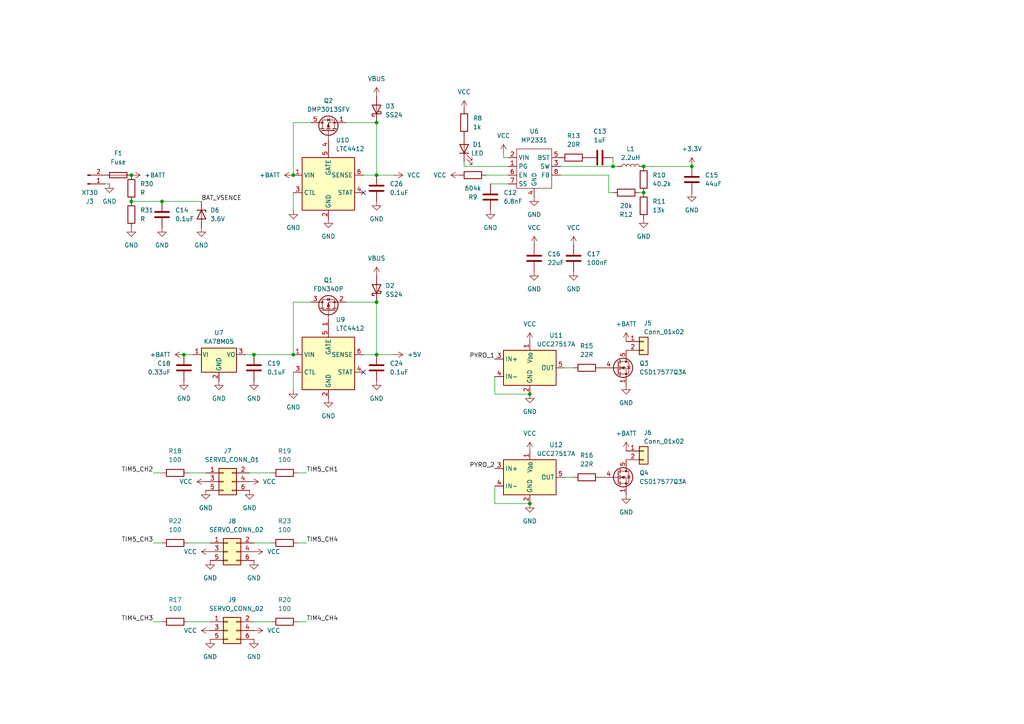
<source format=kicad_sch>
(kicad_sch (version 20250114) (generator "eeschema") (generator_version "9.0")
  (paper "A4")
  (lib_symbols
    (symbol "Connector:Conn_01x02_Pin" (pin_names (offset 1.016) (hide yes))
      (property "Reference" "J" (at 0 2.54 0))
      (property "Value" "Conn_01x02_Pin" (at 0 -5.08 0))
      (symbol "Conn_01x02_Pin_1_1"
        (rectangle (start 0.8636 0.127) (end 0 -0.127) (stroke (width 0.1524)) (fill (type outline)))
        (rectangle (start 0.8636 -2.413) (end 0 -2.667) (stroke (width 0.1524)) (fill (type outline)))
        (polyline (pts (xy 1.27 0) (xy 0.8636 0)) (stroke (width 0.1524)))
        (polyline (pts (xy 1.27 -2.54) (xy 0.8636 -2.54)) (stroke (width 0.1524)))
        (pin passive line (at 5.08 0 180) (length 3.81) (name "Pin_1") (number "1"))
        (pin passive line (at 5.08 -2.54 180) (length 3.81) (name "Pin_2") (number "2"))
      )
    )
    (symbol "Connector_Generic:Conn_01x02" (pin_names (offset 1.016) (hide yes))
      (property "Reference" "J" (at 0 2.54 0))
      (property "Value" "Conn_01x02" (at 0 -5.08 0))
      (symbol "Conn_01x02_1_1"
        (rectangle (start -1.27 1.27) (end 1.27 -3.81) (stroke (width 0.254)) (fill (type background)))
        (rectangle (start -1.27 0.127) (end 0 -0.127) (stroke (width 0.1524)))
        (rectangle (start -1.27 -2.413) (end 0 -2.667) (stroke (width 0.1524)))
        (pin passive line (at -5.08 0 0) (length 3.81) (name "Pin_1") (number "1"))
        (pin passive line (at -5.08 -2.54 0) (length 3.81) (name "Pin_2") (number "2"))
      )
    )
    (symbol "Connector_Generic:Conn_02x03_Odd_Even" (pin_names (offset 1.016) (hide yes))
      (property "Reference" "J" (at 1.27 5.08 0))
      (property "Value" "Conn_02x03_Odd_Even" (at 1.27 -5.08 0))
      (symbol "Conn_02x03_Odd_Even_1_1"
        (rectangle (start -1.27 3.81) (end 3.81 -3.81) (stroke (width 0.254)) (fill (type background)))
        (rectangle (start -1.27 2.667) (end 0 2.413) (stroke (width 0.1524)))
        (rectangle (start -1.27 0.127) (end 0 -0.127) (stroke (width 0.1524)))
        (rectangle (start -1.27 -2.413) (end 0 -2.667) (stroke (width 0.1524)))
        (rectangle (start 3.81 2.667) (end 2.54 2.413) (stroke (width 0.1524)))
        (rectangle (start 3.81 0.127) (end 2.54 -0.127) (stroke (width 0.1524)))
        (rectangle (start 3.81 -2.413) (end 2.54 -2.667) (stroke (width 0.1524)))
        (pin passive line (at -5.08 2.54 0) (length 3.81) (name "Pin_1") (number "1"))
        (pin passive line (at -5.08 0 0) (length 3.81) (name "Pin_3") (number "3"))
        (pin passive line (at -5.08 -2.54 0) (length 3.81) (name "Pin_5") (number "5"))
        (pin passive line (at 7.62 2.54 180) (length 3.81) (name "Pin_2") (number "2"))
        (pin passive line (at 7.62 0 180) (length 3.81) (name "Pin_4") (number "4"))
        (pin passive line (at 7.62 -2.54 180) (length 3.81) (name "Pin_6") (number "6"))
      )
    )
    (symbol "Device:C" (pin_numbers (hide yes)) (pin_names (offset 0.254))
      (property "Reference" "C" (at 0.635 2.54 0))
      (property "Value" "C" (at 0.635 -2.54 0))
      (symbol "C_0_1"
        (polyline (pts (xy -2.032 0.762) (xy 2.032 0.762)) (stroke (width 0.508)))
        (polyline (pts (xy -2.032 -0.762) (xy 2.032 -0.762)) (stroke (width 0.508)))
      )
      (symbol "C_1_1"
        (pin passive line (at 0 3.81 270) (length 2.794) (name "~") (number "1"))
        (pin passive line (at 0 -3.81 90) (length 2.794) (name "~") (number "2"))
      )
    )
    (symbol "Device:D_Zener" (pin_numbers (hide yes)) (pin_names (offset 1.016) (hide yes))
      (property "Reference" "D" (at 0 2.54 0))
      (property "Value" "D_Zener" (at 0 -2.54 0))
      (symbol "D_Zener_0_1"
        (polyline (pts (xy -1.27 -1.27) (xy -1.27 1.27) (xy -0.762 1.27)) (stroke (width 0.254)))
        (polyline (pts (xy 1.27 0) (xy -1.27 0)))
        (polyline (pts (xy 1.27 -1.27) (xy 1.27 1.27) (xy -1.27 0) (xy 1.27 -1.27)) (stroke (width 0.254)))
      )
      (symbol "D_Zener_1_1"
        (pin passive line (at -3.81 0 0) (length 2.54) (name "K") (number "1"))
        (pin passive line (at 3.81 0 180) (length 2.54) (name "A") (number "2"))
      )
    )
    (symbol "Device:Fuse" (pin_numbers (hide yes)) (pin_names (offset 0))
      (property "Reference" "F" (at 2.032 0 90))
      (property "Value" "Fuse" (at -1.905 0 90))
      (symbol "Fuse_0_1"
        (rectangle (start -0.762 -2.54) (end 0.762 2.54) (stroke (width 0.254)))
        (polyline (pts (xy 0 2.54) (xy 0 -2.54)))
      )
      (symbol "Fuse_1_1"
        (pin passive line (at 0 3.81 270) (length 1.27) (name "~") (number "1"))
        (pin passive line (at 0 -3.81 90) (length 1.27) (name "~") (number "2"))
      )
    )
    (symbol "Device:L" (pin_numbers (hide yes)) (pin_names (offset 1.016) (hide yes))
      (property "Reference" "L" (at -1.27 0 90))
      (property "Value" "L" (at 1.905 0 90))
      (symbol "L_0_1"
        (arc (start 0 2.54) (mid 0.6323 1.905) (end 0 1.27))
        (arc (start 0 1.27) (mid 0.6323 0.635) (end 0 0))
        (arc (start 0 0) (mid 0.6323 -0.635) (end 0 -1.27))
        (arc (start 0 -1.27) (mid 0.6323 -1.905) (end 0 -2.54))
      )
      (symbol "L_1_1"
        (pin passive line (at 0 3.81 270) (length 1.27) (name "1") (number "1"))
        (pin passive line (at 0 -3.81 90) (length 1.27) (name "2") (number "2"))
      )
    )
    (symbol "Device:LED" (pin_numbers (hide yes)) (pin_names (offset 1.016) (hide yes))
      (property "Reference" "D" (at 0 2.54 0))
      (property "Value" "LED" (at 0 -2.54 0))
      (symbol "LED_0_1"
        (polyline (pts (xy -3.048 -0.762) (xy -4.572 -2.286) (xy -3.81 -2.286) (xy -4.572 -2.286) (xy -4.572 -1.524)))
        (polyline (pts (xy -1.778 -0.762) (xy -3.302 -2.286) (xy -2.54 -2.286) (xy -3.302 -2.286) (xy -3.302 -1.524)))
        (polyline (pts (xy -1.27 0) (xy 1.27 0)))
        (polyline (pts (xy -1.27 -1.27) (xy -1.27 1.27)) (stroke (width 0.254)))
        (polyline (pts (xy 1.27 -1.27) (xy 1.27 1.27) (xy -1.27 0) (xy 1.27 -1.27)) (stroke (width 0.254)))
      )
      (symbol "LED_1_1"
        (pin passive line (at -3.81 0 0) (length 2.54) (name "K") (number "1"))
        (pin passive line (at 3.81 0 180) (length 2.54) (name "A") (number "2"))
      )
    )
    (symbol "Device:R" (pin_numbers (hide yes)) (pin_names (offset 0))
      (property "Reference" "R" (at 2.032 0 90))
      (property "Value" "R" (at 0 0 90))
      (symbol "R_0_1"
        (rectangle (start -1.016 -2.54) (end 1.016 2.54) (stroke (width 0.254)))
      )
      (symbol "R_1_1"
        (pin passive line (at 0 3.81 270) (length 1.27) (name "~") (number "1"))
        (pin passive line (at 0 -3.81 90) (length 1.27) (name "~") (number "2"))
      )
    )
    (symbol "Diode:SS24" (pin_numbers (hide yes)) (pin_names (offset 1.016) (hide yes))
      (property "Reference" "D" (at 0 2.54 0))
      (property "Value" "SS24" (at 0 -2.54 0))
      (symbol "SS24_0_1"
        (polyline (pts (xy -1.905 0.635) (xy -1.905 1.27) (xy -1.27 1.27) (xy -1.27 -1.27) (xy -0.635 -1.27) (xy -0.635 -0.635)) (stroke (width 0.254)))
        (polyline (pts (xy 1.27 1.27) (xy 1.27 -1.27) (xy -1.27 0) (xy 1.27 1.27)) (stroke (width 0.254)))
        (polyline (pts (xy 1.27 0) (xy -1.27 0)))
      )
      (symbol "SS24_1_1"
        (pin passive line (at -3.81 0 0) (length 2.54) (name "K") (number "1"))
        (pin passive line (at 3.81 0 180) (length 2.54) (name "A") (number "2"))
      )
    )
    (symbol "Power_Management:LTC4412xS6"
      (property "Reference" "U" (at -6.35 8.89 0))
      (property "Value" "LTC4412xS6" (at 6.35 8.89 0))
      (symbol "LTC4412xS6_0_1"
        (rectangle (start -7.62 7.62) (end 7.62 -7.62) (stroke (width 0.254)) (fill (type background)))
      )
      (symbol "LTC4412xS6_1_1"
        (pin power_in line (at -10.16 2.54 0) (length 2.54) (name "VIN") (number "1"))
        (pin input line (at -10.16 -2.54 0) (length 2.54) (name "CTL") (number "3"))
        (pin output line (at 0 10.16 270) (length 2.54) (name "GATE") (number "5"))
        (pin power_in line (at 0 -10.16 90) (length 2.54) (name "GND") (number "2"))
        (pin input line (at 10.16 2.54 180) (length 2.54) (name "SENSE") (number "6"))
        (pin open_collector line (at 10.16 -2.54 180) (length 2.54) (name "STAT") (number "4"))
      )
    )
    (symbol "Regulator_Linear:KA78M05_TO252" (pin_names (offset 0.254))
      (property "Reference" "U" (at -3.81 3.175 0))
      (property "Value" "KA78M05_TO252" (at 0 3.175 0))
      (symbol "KA78M05_TO252_0_1"
        (rectangle (start -5.08 1.905) (end 5.08 -5.08) (stroke (width 0.254)) (fill (type background)))
      )
      (symbol "KA78M05_TO252_1_1"
        (pin power_in line (at -7.62 0 0) (length 2.54) (name "VI") (number "1"))
        (pin power_in line (at 0 -7.62 90) (length 2.54) (name "GND") (number "2"))
        (pin power_out line (at 7.62 0 180) (length 2.54) (name "VO") (number "3"))
      )
    )
    (symbol "Transistor_FET:CSD17577Q3A" (pin_names (offset 0) (hide yes))
      (property "Reference" "Q" (at 5.08 1.905 0))
      (property "Value" "CSD17577Q3A" (at 5.08 0 0))
      (symbol "CSD17577Q3A_0_1"
        (polyline (pts (xy 0.254 1.905) (xy 0.254 -1.905)) (stroke (width 0.254)))
        (polyline (pts (xy 0.254 0) (xy -2.54 0)))
        (polyline (pts (xy 0.762 2.286) (xy 0.762 1.27)) (stroke (width 0.254)))
        (polyline (pts (xy 0.762 0.508) (xy 0.762 -0.508)) (stroke (width 0.254)))
        (polyline (pts (xy 0.762 -1.27) (xy 0.762 -2.286)) (stroke (width 0.254)))
        (polyline (pts (xy 0.762 -1.778) (xy 3.302 -1.778) (xy 3.302 1.778) (xy 0.762 1.778)))
        (polyline (pts (xy 1.016 0) (xy 2.032 0.381) (xy 2.032 -0.381) (xy 1.016 0)) (fill (type outline)))
        (circle (center 1.651 0) (radius 2.794) (stroke (width 0.254)))
        (polyline (pts (xy 2.54 2.54) (xy 2.54 1.778)))
        (circle (center 2.54 1.778) (radius 0.254) (fill (type outline)))
        (circle (center 2.54 -1.778) (radius 0.254) (fill (type outline)))
        (polyline (pts (xy 2.54 -2.54) (xy 2.54 0) (xy 0.762 0)))
        (polyline (pts (xy 2.794 0.508) (xy 2.921 0.381) (xy 3.683 0.381) (xy 3.81 0.254)))
        (polyline (pts (xy 3.302 0.381) (xy 2.921 -0.254) (xy 3.683 -0.254) (xy 3.302 0.381)))
      )
      (symbol "CSD17577Q3A_1_1"
        (pin input line (at -5.08 0 0) (length 5.08) (name "G") (number "4"))
        (pin passive line (at 2.54 5.08 270) (length 2.54) (name "D") (number "5"))
        (pin passive line (at 2.54 -5.08 90) (length 2.54) (name "S") (number "1"))
        (pin passive line (at 2.54 -5.08 90) (length 2.54) (hide yes) (name "S") (number "2"))
        (pin passive line (at 2.54 -5.08 90) (length 2.54) (hide yes) (name "S") (number "3"))
      )
    )
    (symbol "Transistor_FET:DMP3013SFV" (pin_names (hide yes))
      (property "Reference" "Q" (at 5.08 1.905 0))
      (property "Value" "DMP3013SFV" (at 5.08 0 0))
      (symbol "DMP3013SFV_0_1"
        (polyline (pts (xy 0.254 1.905) (xy 0.254 -1.905)) (stroke (width 0.254)))
        (polyline (pts (xy 0.254 0) (xy -2.54 0)))
        (polyline (pts (xy 0.762 2.286) (xy 0.762 1.27)) (stroke (width 0.254)))
        (polyline (pts (xy 0.762 1.778) (xy 3.302 1.778) (xy 3.302 -1.778) (xy 0.762 -1.778)))
        (polyline (pts (xy 0.762 0.508) (xy 0.762 -0.508)) (stroke (width 0.254)))
        (polyline (pts (xy 0.762 -1.27) (xy 0.762 -2.286)) (stroke (width 0.254)))
        (circle (center 1.651 0) (radius 2.794) (stroke (width 0.254)))
        (polyline (pts (xy 2.286 0) (xy 1.27 0.381) (xy 1.27 -0.381) (xy 2.286 0)) (fill (type outline)))
        (polyline (pts (xy 2.54 2.54) (xy 2.54 1.778)))
        (circle (center 2.54 1.778) (radius 0.254) (fill (type outline)))
        (circle (center 2.54 -1.778) (radius 0.254) (fill (type outline)))
        (polyline (pts (xy 2.54 -2.54) (xy 2.54 0) (xy 0.762 0)))
        (polyline (pts (xy 2.794 -0.508) (xy 2.921 -0.381) (xy 3.683 -0.381) (xy 3.81 -0.254)))
        (polyline (pts (xy 3.302 -0.381) (xy 2.921 0.254) (xy 3.683 0.254) (xy 3.302 -0.381)))
      )
      (symbol "DMP3013SFV_1_1"
        (pin passive line (at -5.08 0 0) (length 2.54) (name "G") (number "4"))
        (pin passive line (at 2.54 5.08 270) (length 2.54) (name "D") (number "5"))
        (pin passive line (at 2.54 -5.08 90) (length 2.54) (name "S") (number "1"))
        (pin passive line (at 2.54 -5.08 90) (length 2.54) (hide yes) (name "S") (number "2"))
        (pin passive line (at 2.54 -5.08 90) (length 2.54) (hide yes) (name "S") (number "3"))
      )
    )
    (symbol "Transistor_FET:FDN340P" (pin_names (hide yes))
      (property "Reference" "Q" (at 5.08 1.905 0))
      (property "Value" "FDN340P" (at 5.08 0 0))
      (symbol "FDN340P_0_1"
        (polyline (pts (xy 0.254 1.905) (xy 0.254 -1.905)) (stroke (width 0.254)))
        (polyline (pts (xy 0.254 0) (xy -2.54 0)))
        (polyline (pts (xy 0.762 2.286) (xy 0.762 1.27)) (stroke (width 0.254)))
        (polyline (pts (xy 0.762 1.778) (xy 3.302 1.778) (xy 3.302 -1.778) (xy 0.762 -1.778)))
        (polyline (pts (xy 0.762 0.508) (xy 0.762 -0.508)) (stroke (width 0.254)))
        (polyline (pts (xy 0.762 -1.27) (xy 0.762 -2.286)) (stroke (width 0.254)))
        (circle (center 1.651 0) (radius 2.794) (stroke (width 0.254)))
        (polyline (pts (xy 2.286 0) (xy 1.27 0.381) (xy 1.27 -0.381) (xy 2.286 0)) (fill (type outline)))
        (polyline (pts (xy 2.54 2.54) (xy 2.54 1.778)))
        (circle (center 2.54 1.778) (radius 0.254) (fill (type outline)))
        (circle (center 2.54 -1.778) (radius 0.254) (fill (type outline)))
        (polyline (pts (xy 2.54 -2.54) (xy 2.54 0) (xy 0.762 0)))
        (polyline (pts (xy 2.794 -0.508) (xy 2.921 -0.381) (xy 3.683 -0.381) (xy 3.81 -0.254)))
        (polyline (pts (xy 3.302 -0.381) (xy 2.921 0.254) (xy 3.683 0.254) (xy 3.302 -0.381)))
      )
      (symbol "FDN340P_1_1"
        (pin input line (at -5.08 0 0) (length 2.54) (name "G") (number "1"))
        (pin passive line (at 2.54 5.08 270) (length 2.54) (name "D") (number "3"))
        (pin passive line (at 2.54 -5.08 90) (length 2.54) (name "S") (number "2"))
      )
    )
    (symbol "library:MP2331"
      (property "Reference" "U" (at 0 0 0))
      (symbol "MP2331_1_1"
        (rectangle (start -5.08 -1.27) (end 5.08 -12.7))
        (pin power_in line (at -7.62 -3.81 0) (length 2.54) (name "VIN") (number "2"))
        (pin open_collector line (at -7.62 -6.35 0) (length 2.54) (name "PG") (number "1"))
        (pin input line (at -7.62 -8.89 0) (length 2.54) (name "EN") (number "6"))
        (pin input line (at -7.62 -11.43 0) (length 2.54) (name "SS") (number "7"))
        (pin power_in line (at 0 -15.24 90) (length 2.54) (name "GND") (number "4"))
        (pin unspecified line (at 7.62 -3.81 180) (length 2.54) (name "BST") (number "5"))
        (pin power_in line (at 7.62 -6.35 180) (length 2.54) (name "SW") (number "3"))
        (pin input line (at 7.62 -8.89 180) (length 2.54) (name "FB") (number "8"))
      )
    )
    (symbol "library:UCC27517A"
      (property "Reference" "U" (at 5.08 6.35 0))
      (property "Value" "UCC27517A" (at 8.89 -6.35 0))
      (symbol "UCC27517A_0_1"
        (rectangle (start -7.62 5.08) (end 7.62 -5.08) (stroke (width 0.254)) (fill (type background)))
      )
      (symbol "UCC27517A_1_1"
        (pin input line (at -10.16 2.54 0) (length 2.54) (name "IN+") (number "3"))
        (pin input line (at -10.16 -2.54 0) (length 2.54) (name "IN-") (number "4"))
        (pin power_in line (at 0 7.62 270) (length 2.54) (name "V_{DD}") (number "1"))
        (pin power_in line (at 0 -7.62 90) (length 2.54) (name "GND") (number "2"))
        (pin output line (at 10.16 0 180) (length 2.54) (name "OUT") (number "5"))
      )
    )
    (symbol "power:+3.3V" (power) (pin_numbers (hide yes)) (pin_names (offset 0) (hide yes))
      (property "Value" "+3.3V" (at 0 3.556 0))
      (symbol "+3.3V_0_1"
        (polyline (pts (xy -0.762 1.27) (xy 0 2.54)))
        (polyline (pts (xy 0 2.54) (xy 0.762 1.27)))
        (polyline (pts (xy 0 0) (xy 0 2.54)))
      )
      (symbol "+3.3V_1_1"
        (pin power_in line (at 0 0 90) (length 0) (name "~") (number "1"))
      )
    )
    (symbol "power:+5V" (power) (pin_numbers (hide yes)) (pin_names (offset 0) (hide yes))
      (property "Value" "+5V" (at 0 3.556 0))
      (symbol "+5V_0_1"
        (polyline (pts (xy -0.762 1.27) (xy 0 2.54)))
        (polyline (pts (xy 0 2.54) (xy 0.762 1.27)))
        (polyline (pts (xy 0 0) (xy 0 2.54)))
      )
      (symbol "+5V_1_1"
        (pin power_in line (at 0 0 90) (length 0) (name "~") (number "1"))
      )
    )
    (symbol "power:+BATT" (power) (pin_numbers (hide yes)) (pin_names (offset 0) (hide yes))
      (property "Value" "+BATT" (at 0 3.556 0))
      (symbol "+BATT_0_1"
        (polyline (pts (xy -0.762 1.27) (xy 0 2.54)))
        (polyline (pts (xy 0 2.54) (xy 0.762 1.27)))
        (polyline (pts (xy 0 0) (xy 0 2.54)))
      )
      (symbol "+BATT_1_1"
        (pin power_in line (at 0 0 90) (length 0) (name "~") (number "1"))
      )
    )
    (symbol "power:GND" (power) (pin_numbers (hide yes)) (pin_names (offset 0) (hide yes))
      (property "Value" "GND" (at 0 -3.81 0))
      (symbol "GND_0_1"
        (polyline (pts (xy 0 0) (xy 0 -1.27) (xy 1.27 -1.27) (xy 0 -2.54) (xy -1.27 -1.27) (xy 0 -1.27)))
      )
      (symbol "GND_1_1"
        (pin power_in line (at 0 0 270) (length 0) (name "~") (number "1"))
      )
    )
    (symbol "power:VBUS" (power) (pin_numbers (hide yes)) (pin_names (offset 0) (hide yes))
      (property "Value" "VBUS" (at 0 3.556 0))
      (symbol "VBUS_0_1"
        (polyline (pts (xy -0.762 1.27) (xy 0 2.54)))
        (polyline (pts (xy 0 2.54) (xy 0.762 1.27)))
        (polyline (pts (xy 0 0) (xy 0 2.54)))
      )
      (symbol "VBUS_1_1"
        (pin power_in line (at 0 0 90) (length 0) (name "~") (number "1"))
      )
    )
    (symbol "power:VCC" (power) (pin_numbers (hide yes)) (pin_names (offset 0) (hide yes))
      (property "Value" "VCC" (at 0 3.556 0))
      (symbol "VCC_0_1"
        (polyline (pts (xy -0.762 1.27) (xy 0 2.54)))
        (polyline (pts (xy 0 2.54) (xy 0.762 1.27)))
        (polyline (pts (xy 0 0) (xy 0 2.54)))
      )
      (symbol "VCC_1_1"
        (pin power_in line (at 0 0 90) (length 0) (name "~") (number "1"))
      )
    )
  )
  (junction (at 109.22 102.87))
  (junction (at 153.67 146.05))
  (junction (at 85.09 102.87))
  (junction (at 186.69 48.26))
  (junction (at 46.99 58.42))
  (junction (at 186.69 55.88))
  (junction (at 85.09 50.8))
  (junction (at 73.66 102.87))
  (junction (at 109.22 50.8))
  (junction (at 200.66 48.26))
  (junction (at 38.1 50.8))
  (junction (at 38.1 58.42))
  (junction (at 177.8 48.26))
  (junction (at 109.22 87.63))
  (junction (at 153.67 114.3))
  (junction (at 109.22 35.56))
  (junction (at 53.34 102.87))
  (no_connect (at 105.41 107.95))
  (no_connect (at 105.41 55.88))
  (wire (pts (xy 176.53 55.88) (xy 176.53 50.8)))
  (wire (pts (xy 109.22 87.63) (xy 109.22 102.87)))
  (wire (pts (xy 90.17 35.56) (xy 85.09 35.56)))
  (wire (pts (xy 114.3 50.8) (xy 109.22 50.8)))
  (wire (pts (xy 54.61 137.16) (xy 59.69 137.16)))
  (wire (pts (xy 140.97 50.8) (xy 147.32 50.8)))
  (wire (pts (xy 44.45 137.16) (xy 46.99 137.16)))
  (wire (pts (xy 109.22 35.56) (xy 109.22 50.8)))
  (wire (pts (xy 185.42 55.88) (xy 186.69 55.88)))
  (wire (pts (xy 53.34 102.87) (xy 55.88 102.87)))
  (wire (pts (xy 85.09 55.88) (xy 85.09 60.96)))
  (wire (pts (xy 44.45 157.48) (xy 46.99 157.48)))
  (wire (pts (xy 73.66 102.87) (xy 71.12 102.87)))
  (wire (pts (xy 86.36 157.48) (xy 88.9 157.48)))
  (wire (pts (xy 86.36 137.16) (xy 88.9 137.16)))
  (wire (pts (xy 143.51 109.22) (xy 143.51 114.3)))
  (wire (pts (xy 73.66 157.48) (xy 78.74 157.48)))
  (wire (pts (xy 143.51 140.97) (xy 143.51 146.05)))
  (wire (pts (xy 162.56 48.26) (xy 177.8 48.26)))
  (wire (pts (xy 162.56 50.8) (xy 176.53 50.8)))
  (wire (pts (xy 72.39 137.16) (xy 78.74 137.16)))
  (wire (pts (xy 163.83 106.68) (xy 166.37 106.68)))
  (wire (pts (xy 46.99 58.42) (xy 58.42 58.42)))
  (wire (pts (xy 54.61 157.48) (xy 60.96 157.48)))
  (wire (pts (xy 146.05 45.72) (xy 147.32 45.72)))
  (wire (pts (xy 163.83 138.43) (xy 166.37 138.43)))
  (wire (pts (xy 177.8 45.72) (xy 177.8 48.26)))
  (wire (pts (xy 73.66 180.34) (xy 78.74 180.34)))
  (wire (pts (xy 177.8 48.26) (xy 179.07 48.26)))
  (wire (pts (xy 44.45 180.34) (xy 46.99 180.34)))
  (wire (pts (xy 109.22 102.87) (xy 105.41 102.87)))
  (wire (pts (xy 142.24 53.34) (xy 147.32 53.34)))
  (wire (pts (xy 31.75 53.34) (xy 30.48 53.34)))
  (wire (pts (xy 85.09 87.63) (xy 85.09 102.87)))
  (wire (pts (xy 134.62 48.26) (xy 134.62 46.99)))
  (wire (pts (xy 73.66 102.87) (xy 85.09 102.87)))
  (wire (pts (xy 38.1 58.42) (xy 46.99 58.42)))
  (wire (pts (xy 143.51 114.3) (xy 153.67 114.3)))
  (wire (pts (xy 54.61 180.34) (xy 60.96 180.34)))
  (wire (pts (xy 100.33 35.56) (xy 109.22 35.56)))
  (wire (pts (xy 114.3 102.87) (xy 109.22 102.87)))
  (wire (pts (xy 143.51 146.05) (xy 153.67 146.05)))
  (wire (pts (xy 86.36 180.34) (xy 88.9 180.34)))
  (wire (pts (xy 177.8 55.88) (xy 176.53 55.88)))
  (wire (pts (xy 100.33 87.63) (xy 109.22 87.63)))
  (wire (pts (xy 109.22 50.8) (xy 105.41 50.8)))
  (wire (pts (xy 146.05 44.45) (xy 146.05 45.72)))
  (wire (pts (xy 90.17 87.63) (xy 85.09 87.63)))
  (wire (pts (xy 134.62 48.26) (xy 147.32 48.26)))
  (wire (pts (xy 85.09 35.56) (xy 85.09 50.8)))
  (wire (pts (xy 200.66 48.26) (xy 186.69 48.26)))
  (wire (pts (xy 85.09 107.95) (xy 85.09 113.03)))
  (label "TIM4_CH3" (at 44.45 180.34 180))
  (label "PYRO_1" (at 143.51 104.14 180))
  (label "TIM4_CH4" (at 88.9 180.34 0))
  (label "TIM5_CH1" (at 88.9 137.16 0))
  (label "TIM5_CH4" (at 88.9 157.48 0))
  (label "PYRO_2" (at 143.51 135.89 180))
  (label "TIM5_CH2" (at 44.45 137.16 180))
  (label "BAT_VSENCE" (at 58.42 58.42 0))
  (label "TIM5_CH3" (at 44.45 157.48 180))
  (symbol (lib_id "Connector_Generic:Conn_02x03_Odd_Even") (at 66.04 182.88 0) (unit 1)
    (property "Reference" "J9" (at 67.31 173.99 0))
    (property "Value" "SERVO_CONN_02" (at 68.58 176.53 0))
    (property "Footprint" "Connector_PinHeader_2.54mm:PinHeader_2x03_P2.54mm_Vertical" (effects (hide yes)))
    (property "Description" "Generic connector, double row, 02x03, odd/even pin numbering scheme (row 1 odd numbers, row 2 even numbers), script generated (kicad-library-utils/schlib/autogen/connector/)" (effects (hide yes)))
    (property "MPN" "90131-0763" (effects (hide yes)))
    (property "Manufacturer" "Molex" (effects (hide yes)))
  )
  (symbol (lib_id "power:+5V") (at 114.3 102.87 270) (unit 1)
    (property "Reference" "#PWR072" (effects (hide yes)))
    (property "Value" "+5V" (at 118.11 102.8699 90) (effects (justify left)))
    (property "Description" "Power symbol creates a global label with name \"+5V\"" (effects (hide yes)))
  )
  (symbol (lib_id "power:+BATT") (at 85.09 50.8 90) (unit 1)
    (property "Reference" "#PWR079" (effects (hide yes)))
    (property "Value" "+BATT" (at 81.28 50.7999 90) (effects (justify left)))
    (property "Description" "Power symbol creates a global label with name \"+BATT\"" (effects (hide yes)))
  )
  (symbol (lib_id "Connector_Generic:Conn_01x02") (at 186.69 99.06 0) (unit 1)
    (property "Reference" "J5" (at 186.69 93.726 0) (effects (justify left)))
    (property "Value" "Conn_01x02" (at 186.69 96.266 0) (effects (justify left)))
    (property "Footprint" "TerminalBlock_4Ucon:TerminalBlock_4Ucon_1x02_P3.50mm_Vertical" (effects (hide yes)))
    (property "Description" "Generic connector, single row, 01x02, script generated (kicad-library-utils/schlib/autogen/connector/)" (effects (hide yes)))
    (property "MPN" "284514-2" (effects (hide yes)))
    (property "Manufacturer" "TE Connectivity" (effects (hide yes)))
  )
  (symbol (lib_id "power:GND") (at 200.66 55.88 0) (unit 1)
    (property "Reference" "#PWR052" (effects (hide yes)))
    (property "Value" "GND" (at 200.66 60.96 0))
    (property "Description" "Power symbol creates a global label with name \"GND\" , ground" (effects (hide yes)))
  )
  (symbol (lib_id "power:+5V") (at 114.3 50.8 270) (unit 1)
    (property "Reference" "#PWR078" (effects (hide yes)))
    (property "Value" "VCC" (at 118.11 50.7999 90) (effects (justify left)))
    (property "Description" "Power symbol creates a global label with name \"+5V\"" (effects (hide yes)))
  )
  (symbol (lib_id "Transistor_FET:FDN340P") (at 95.25 90.17 90) (unit 1)
    (property "Reference" "Q1" (at 95.25 81.28 90))
    (property "Value" "FDN340P" (at 95.25 83.82 90))
    (property "Footprint" "Package_TO_SOT_SMD:SOT-23" (effects (hide yes)))
    (property "Datasheet" "https://www.onsemi.com/pub/Collateral/FDN340P-D.PDF" (effects (hide yes)))
    (property "Description" "-2A Id, -20V Vds, P-Channel MOSFET, 70mOhm Ron, SOT-23" (effects (hide yes)))
  )
  (symbol (lib_id "power:+BATT") (at 181.61 99.06 0) (mirror y) (unit 1)
    (property "Reference" "#PWR050" (effects (hide yes)))
    (property "Value" "+BATT" (at 181.61 93.98 0))
    (property "Description" "Power symbol creates a global label with name \"+BATT\"" (effects (hide yes)))
  )
  (symbol (lib_id "Device:R") (at 82.55 137.16 90) (unit 1)
    (property "Reference" "R19" (at 82.55 130.81 90))
    (property "Value" "100" (at 82.55 133.35 90))
    (property "Footprint" "Resistor_SMD:R_0402_1005Metric" (effects (hide yes)))
    (property "Description" "Resistor" (effects (hide yes)))
    (property "MPN" "RC1206FR-07100RL" (effects (hide yes)))
    (property "Manufacturer" "Yageo" (effects (hide yes)))
  )
  (symbol (lib_id "power:VCC") (at 146.05 44.45 0) (unit 1)
    (property "Reference" "#PWR041" (effects (hide yes)))
    (property "Value" "VCC" (at 146.05 39.37 0))
    (property "Description" "Power symbol creates a global label with name \"VCC\"" (effects (hide yes)))
  )
  (symbol (lib_id "power:GND") (at 31.75 53.34 0) (unit 1)
    (property "Reference" "#PWR044" (effects (hide yes)))
    (property "Value" "GND" (at 31.75 58.42 0))
    (property "Description" "Power symbol creates a global label with name \"GND\" , ground" (effects (hide yes)))
  )
  (symbol (lib_id "Device:R") (at 166.37 45.72 90) (unit 1)
    (property "Reference" "R13" (at 166.37 39.37 90))
    (property "Value" "20R" (at 166.37 41.91 90))
    (property "Description" "Resistor" (effects (hide yes)))
  )
  (symbol (lib_id "power:VCC") (at 166.37 71.12 0) (unit 1)
    (property "Reference" "#PWR056" (effects (hide yes)))
    (property "Value" "VCC" (at 166.37 66.04 0))
    (property "Description" "Power symbol creates a global label with name \"VCC\"" (effects (hide yes)))
  )
  (symbol (lib_id "Transistor_FET:DMP3013SFV") (at 95.25 38.1 90) (unit 1)
    (property "Reference" "Q2" (at 95.25 29.21 90))
    (property "Value" "DMP3013SFV" (at 95.25 31.75 90))
    (property "Footprint" "Package_SON:Diodes_PowerDI3333-8" (effects (hide yes)))
    (property "Datasheet" "https://www.diodes.com/assets/Datasheets/DMP3013SFV.pdf" (effects (hide yes)))
    (property "Description" "-12A Id, -30V Vds, P-Channel Power MOSFET, 9.5mOhm Ron, 33.7nC Qg (typ), PowerDI3333-8" (effects (hide yes)))
  )
  (symbol (lib_id "Power_Management:LTC4412xS6") (at 95.25 53.34 0) (unit 1)
    (property "Reference" "U10" (at 97.3933 40.64 0) (effects (justify left)))
    (property "Value" "LTC4412" (at 97.3933 43.18 0) (effects (justify left)))
    (property "Footprint" "Package_TO_SOT_SMD:TSOT-23-6" (effects (hide yes)))
    (property "Datasheet" "https://www.analog.com/media/en/technical-documentation/data-sheets/4412fb.pdf" (effects (hide yes)))
    (property "Description" "Low Loss PowerPath Controller, TSOT-23-6" (effects (hide yes)))
  )
  (symbol (lib_id "Device:R") (at 186.69 59.69 0) (unit 1)
    (property "Reference" "R11" (at 189.23 58.4199 0) (effects (justify left)))
    (property "Value" "13k" (at 189.23 60.9599 0) (effects (justify left)))
    (property "Description" "Resistor" (effects (hide yes)))
  )
  (symbol (lib_id "Device:C") (at 46.99 62.23 0) (unit 1)
    (property "Reference" "C14" (at 50.8 60.9599 0) (effects (justify left)))
    (property "Value" "0.1uF" (at 50.8 63.4999 0) (effects (justify left)))
    (property "Description" "Unpolarized capacitor" (effects (hide yes)))
  )
  (symbol (lib_id "Connector_Generic:Conn_01x02") (at 186.69 130.81 0) (unit 1)
    (property "Reference" "J6" (at 186.69 125.476 0) (effects (justify left)))
    (property "Value" "Conn_01x02" (at 186.69 128.016 0) (effects (justify left)))
    (property "Footprint" "TerminalBlock_4Ucon:TerminalBlock_4Ucon_1x02_P3.50mm_Vertical" (effects (hide yes)))
    (property "Description" "Generic connector, single row, 01x02, script generated (kicad-library-utils/schlib/autogen/connector/)" (effects (hide yes)))
    (property "MPN" "284514-2" (effects (hide yes)))
    (property "Manufacturer" "TE Connectivity" (effects (hide yes)))
  )
  (symbol (lib_id "power:VCC") (at 72.39 139.7 270) (unit 1)
    (property "Reference" "#PWR0108" (effects (hide yes)))
    (property "Value" "VCC" (at 76.2 139.6999 90) (effects (justify left)))
    (property "Description" "Power symbol creates a global label with name \"VCC\"" (effects (hide yes)))
  )
  (symbol (lib_id "power:GND") (at 85.09 113.03 0) (unit 1)
    (property "Reference" "#PWR065" (effects (hide yes)))
    (property "Value" "GND" (at 85.09 118.11 0))
    (property "Description" "Power symbol creates a global label with name \"GND\" , ground" (effects (hide yes)))
  )
  (symbol (lib_id "power:GND") (at 142.24 60.96 0) (unit 1)
    (property "Reference" "#PWR046" (effects (hide yes)))
    (property "Value" "GND" (at 142.24 66.04 0))
    (property "Description" "Power symbol creates a global label with name \"GND\" , ground" (effects (hide yes)))
  )
  (symbol (lib_id "Diode:SS24") (at 109.22 31.75 90) (unit 1)
    (property "Reference" "D3" (at 111.76 30.7974 90) (effects (justify right)))
    (property "Value" "SS24" (at 111.76 33.3374 90) (effects (justify right)))
    (property "Footprint" "Diode_SMD:D_SMA" (effects (hide yes)))
    (property "Datasheet" "https://www.vishay.com/docs/88748/ss22.pdf" (effects (hide yes)))
    (property "Description" "40V 2A Schottky Diode, SMA" (effects (hide yes)))
  )
  (symbol (lib_id "power:GND") (at 153.67 146.05 0) (unit 1)
    (property "Reference" "#PWR0104" (effects (hide yes)))
    (property "Value" "GND" (at 153.67 151.13 0))
    (property "Description" "Power symbol creates a global label with name \"GND\" , ground" (effects (hide yes)))
  )
  (symbol (lib_id "Device:R") (at 50.8 180.34 90) (unit 1)
    (property "Reference" "R17" (at 50.8 173.99 90))
    (property "Value" "100" (at 50.8 176.53 90))
    (property "Footprint" "Resistor_SMD:R_0402_1005Metric" (effects (hide yes)))
    (property "Description" "Resistor" (effects (hide yes)))
    (property "MPN" "RC1206FR-07100RL" (effects (hide yes)))
    (property "Manufacturer" "Yageo" (effects (hide yes)))
  )
  (symbol (lib_id "Device:C") (at 109.22 54.61 0) (unit 1)
    (property "Reference" "C26" (at 113.03 53.3399 0) (effects (justify left)))
    (property "Value" "0.1uF" (at 113.03 55.8799 0) (effects (justify left)))
    (property "Description" "Unpolarized capacitor" (effects (hide yes)))
  )
  (symbol (lib_id "power:GND") (at 73.66 162.56 0) (unit 1)
    (property "Reference" "#PWR0112" (effects (hide yes)))
    (property "Value" "GND" (at 73.66 167.64 0))
    (property "Description" "Power symbol creates a global label with name \"GND\" , ground" (effects (hide yes)))
  )
  (symbol (lib_id "power:+BATT") (at 53.34 102.87 90) (mirror x) (unit 1)
    (property "Reference" "#PWR063" (effects (hide yes)))
    (property "Value" "+BATT" (at 49.53 102.8699 90) (effects (justify left)))
    (property "Description" "Power symbol creates a global label with name \"+BATT\"" (effects (hide yes)))
  )
  (symbol (lib_id "library:MP2331") (at 154.94 41.91 0) (unit 1)
    (property "Reference" "U6" (at 154.94 38.1 0))
    (property "Value" "MP2331" (at 154.94 40.64 0))
    (property "Footprint" "Package_TO_SOT_SMD:SOT-583-8" (effects (hide yes)))
  )
  (symbol (lib_id "power:GND") (at 181.61 111.76 0) (unit 1)
    (property "Reference" "#PWR0101" (effects (hide yes)))
    (property "Value" "GND" (at 181.61 116.84 0))
    (property "Description" "Power symbol creates a global label with name \"GND\" , ground" (effects (hide yes)))
  )
  (symbol (lib_id "power:VCC") (at 154.94 71.12 0) (unit 1)
    (property "Reference" "#PWR045" (effects (hide yes)))
    (property "Value" "VCC" (at 154.94 66.04 0))
    (property "Description" "Power symbol creates a global label with name \"VCC\"" (effects (hide yes)))
  )
  (symbol (lib_id "power:GND") (at 60.96 162.56 0) (unit 1)
    (property "Reference" "#PWR0110" (effects (hide yes)))
    (property "Value" "GND" (at 60.96 167.64 0))
    (property "Description" "Power symbol creates a global label with name \"GND\" , ground" (effects (hide yes)))
  )
  (symbol (lib_id "Device:R") (at 38.1 54.61 0) (unit 1)
    (property "Reference" "R30" (at 40.64 53.3399 0) (effects (justify left)))
    (property "Value" "R" (at 40.64 55.8799 0) (effects (justify left)))
    (property "Description" "Resistor" (effects (hide yes)))
  )
  (symbol (lib_id "Device:R") (at 50.8 157.48 90) (unit 1)
    (property "Reference" "R22" (at 50.8 151.13 90))
    (property "Value" "100" (at 50.8 153.67 90))
    (property "Footprint" "Resistor_SMD:R_0402_1005Metric" (effects (hide yes)))
    (property "Description" "Resistor" (effects (hide yes)))
    (property "MPN" "RC1206FR-07100RL" (effects (hide yes)))
    (property "Manufacturer" "Yageo" (effects (hide yes)))
  )
  (symbol (lib_id "power:GND") (at 166.37 78.74 0) (unit 1)
    (property "Reference" "#PWR058" (effects (hide yes)))
    (property "Value" "GND" (at 166.37 83.82 0))
    (property "Description" "Power symbol creates a global label with name \"GND\" , ground" (effects (hide yes)))
  )
  (symbol (lib_id "power:VBUS") (at 109.22 80.01 0) (unit 1)
    (property "Reference" "#PWR071" (effects (hide yes)))
    (property "Value" "VBUS" (at 109.22 74.93 0))
    (property "Description" "Power symbol creates a global label with name \"VBUS\"" (effects (hide yes)))
  )
  (symbol (lib_id "power:GND") (at 109.22 110.49 0) (unit 1)
    (property "Reference" "#PWR073" (effects (hide yes)))
    (property "Value" "GND" (at 109.22 115.57 0))
    (property "Description" "Power symbol creates a global label with name \"GND\" , ground" (effects (hide yes)))
  )
  (symbol (lib_id "Device:R") (at 186.69 52.07 0) (unit 1)
    (property "Reference" "R10" (at 189.23 50.7999 0) (effects (justify left)))
    (property "Value" "40.2k" (at 189.23 53.3399 0) (effects (justify left)))
    (property "Description" "Resistor" (effects (hide yes)))
  )
  (symbol (lib_id "power:GND") (at 73.66 110.49 0) (unit 1)
    (property "Reference" "#PWR067" (effects (hide yes)))
    (property "Value" "GND" (at 73.66 115.57 0))
    (property "Description" "Power symbol creates a global label with name \"GND\" , ground" (effects (hide yes)))
  )
  (symbol (lib_id "power:GND") (at 154.94 57.15 0) (unit 1)
    (property "Reference" "#PWR043" (effects (hide yes)))
    (property "Value" "GND" (at 154.94 62.23 0))
    (property "Description" "Power symbol creates a global label with name \"GND\" , ground" (effects (hide yes)))
  )
  (symbol (lib_id "Device:C") (at 173.99 45.72 90) (unit 1)
    (property "Reference" "C13" (at 173.99 38.1 90))
    (property "Value" "1uF" (at 173.99 40.64 90))
    (property "Description" "Unpolarized capacitor" (effects (hide yes)))
  )
  (symbol (lib_id "power:GND") (at 95.25 115.57 0) (unit 1)
    (property "Reference" "#PWR057" (effects (hide yes)))
    (property "Value" "GND" (at 95.25 120.65 0))
    (property "Description" "Power symbol creates a global label with name \"GND\" , ground" (effects (hide yes)))
  )
  (symbol (lib_id "Transistor_FET:CSD17577Q3A") (at 179.07 138.43 0) (unit 1)
    (property "Reference" "Q4" (at 185.42 137.1599 0) (effects (justify left)))
    (property "Value" "CSD17577Q3A" (at 185.42 139.6999 0) (effects (justify left)))
    (property "Footprint" "Package_SON:VSON-8_3.3x3.3mm_P0.65mm_NexFET" (effects (hide yes)))
    (property "Datasheet" "https://www.ti.com/lit/ds/symlink/csd17577q3a.pdf" (effects (hide yes)))
    (property "Description" "35A Id, 30V Vds, NexFET N-Channel Power MOSFET, 4.0mOhm Ron, Qg Typ 12nC, VSON-8 3.3x3.3mm" (effects (hide yes)))
  )
  (symbol (lib_id "Device:R") (at 50.8 137.16 90) (unit 1)
    (property "Reference" "R18" (at 50.8 130.81 90))
    (property "Value" "100" (at 50.8 133.35 90))
    (property "Footprint" "Resistor_SMD:R_0402_1005Metric" (effects (hide yes)))
    (property "Description" "Resistor" (effects (hide yes)))
  )
  (symbol (lib_id "Connector_Generic:Conn_02x03_Odd_Even") (at 64.77 139.7 0) (unit 1)
    (property "Reference" "J7" (at 66.04 130.81 0))
    (property "Value" "SERVO_CONN_01" (at 67.31 133.35 0))
    (property "Footprint" "Connector_PinHeader_2.54mm:PinHeader_2x03_P2.54mm_Vertical" (effects (hide yes)))
    (property "Description" "Generic connector, double row, 02x03, odd/even pin numbering scheme (row 1 odd numbers, row 2 even numbers), script generated (kicad-library-utils/schlib/autogen/connector/)" (effects (hide yes)))
    (property "MPN" "90131-0763" (effects (hide yes)))
    (property "Manufacturer" "Molex" (effects (hide yes)))
  )
  (symbol (lib_id "power:VCC") (at 133.35 50.8 90) (unit 1)
    (property "Reference" "#PWR042" (effects (hide yes)))
    (property "Value" "VCC" (at 129.54 50.7999 90) (effects (justify left)))
    (property "Description" "Power symbol creates a global label with name \"VCC\"" (effects (hide yes)))
  )
  (symbol (lib_id "Device:R") (at 137.16 50.8 90) (unit 1)
    (property "Reference" "R9" (at 137.16 57.15 90))
    (property "Value" "604k" (at 137.16 54.61 90))
    (property "Description" "Resistor" (effects (hide yes)))
  )
  (symbol (lib_id "Device:C") (at 142.24 57.15 0) (unit 1)
    (property "Reference" "C12" (at 146.05 55.8799 0) (effects (justify left)))
    (property "Value" "6.8nF" (at 146.05 58.4199 0) (effects (justify left)))
    (property "Description" "Unpolarized capacitor" (effects (hide yes)))
  )
  (symbol (lib_id "Device:C") (at 53.34 106.68 0) (mirror y) (unit 1)
    (property "Reference" "C18" (at 49.53 105.4099 0) (effects (justify left)))
    (property "Value" "0.33uF" (at 49.53 107.9499 0) (effects (justify left)))
    (property "Description" "Unpolarized capacitor" (effects (hide yes)))
  )
  (symbol (lib_id "power:VCC") (at 153.67 99.06 0) (unit 1)
    (property "Reference" "#PWR0100" (effects (hide yes)))
    (property "Value" "VCC" (at 153.67 93.98 0))
    (property "Description" "Power symbol creates a global label with name \"VCC\"" (effects (hide yes)))
  )
  (symbol (lib_id "power:GND") (at 186.69 63.5 0) (unit 1)
    (property "Reference" "#PWR051" (effects (hide yes)))
    (property "Value" "GND" (at 186.69 68.58 0))
    (property "Description" "Power symbol creates a global label with name \"GND\" , ground" (effects (hide yes)))
  )
  (symbol (lib_id "Device:C") (at 73.66 106.68 0) (unit 1)
    (property "Reference" "C19" (at 77.47 105.4099 0) (effects (justify left)))
    (property "Value" "0.1uF" (at 77.47 107.9499 0) (effects (justify left)))
    (property "Description" "Unpolarized capacitor" (effects (hide yes)))
  )
  (symbol (lib_id "power:GND") (at 73.66 185.42 0) (unit 1)
    (property "Reference" "#PWR049" (effects (hide yes)))
    (property "Value" "GND" (at 73.66 190.5 0))
    (property "Description" "Power symbol creates a global label with name \"GND\" , ground" (effects (hide yes)))
  )
  (symbol (lib_id "Device:D_Zener") (at 58.42 62.23 270) (unit 1)
    (property "Reference" "D6" (at 60.96 60.9599 90) (effects (justify left)))
    (property "Value" "3.6V" (at 60.96 63.4999 90) (effects (justify left)))
    (property "Description" "Zener diode" (effects (hide yes)))
  )
  (symbol (lib_id "Device:C") (at 166.37 74.93 0) (unit 1)
    (property "Reference" "C17" (at 170.18 73.6599 0) (effects (justify left)))
    (property "Value" "100nF" (at 170.18 76.1999 0) (effects (justify left)))
    (property "Description" "Unpolarized capacitor" (effects (hide yes)))
  )
  (symbol (lib_id "Transistor_FET:CSD17577Q3A") (at 179.07 106.68 0) (unit 1)
    (property "Reference" "Q3" (at 185.42 105.4099 0) (effects (justify left)))
    (property "Value" "CSD17577Q3A" (at 185.42 107.9499 0) (effects (justify left)))
    (property "Footprint" "Package_SON:VSON-8_3.3x3.3mm_P0.65mm_NexFET" (effects (hide yes)))
    (property "Datasheet" "https://www.ti.com/lit/ds/symlink/csd17577q3a.pdf" (effects (hide yes)))
    (property "Description" "35A Id, 30V Vds, NexFET N-Channel Power MOSFET, 4.0mOhm Ron, Qg Typ 12nC, VSON-8 3.3x3.3mm" (effects (hide yes)))
  )
  (symbol (lib_id "power:GND") (at 85.09 60.96 0) (unit 1)
    (property "Reference" "#PWR074" (effects (hide yes)))
    (property "Value" "GND" (at 85.09 66.04 0))
    (property "Description" "Power symbol creates a global label with name \"GND\" , ground" (effects (hide yes)))
  )
  (symbol (lib_id "power:VCC") (at 59.69 139.7 90) (unit 1)
    (property "Reference" "#PWR0107" (effects (hide yes)))
    (property "Value" "VCC" (at 55.88 139.6999 90) (effects (justify left)))
    (property "Description" "Power symbol creates a global label with name \"VCC\"" (effects (hide yes)))
  )
  (symbol (lib_id "Device:C") (at 109.22 106.68 0) (unit 1)
    (property "Reference" "C24" (at 113.03 105.4099 0) (effects (justify left)))
    (property "Value" "0.1uF" (at 113.03 107.9499 0) (effects (justify left)))
    (property "Description" "Unpolarized capacitor" (effects (hide yes)))
  )
  (symbol (lib_id "Connector:Conn_01x02_Pin") (at 25.4 53.34 0) (mirror x) (unit 1)
    (property "Reference" "J3" (at 26.035 58.42 0))
    (property "Value" "XT30" (at 26.035 55.88 0))
    (property "Footprint" "Connector_AMASS:AMASS_XT30PW-M_1x02_P2.50mm_Horizontal" (effects (hide yes)))
    (property "Description" "Generic connector, single row, 01x02, script generated" (effects (hide yes)))
  )
  (symbol (lib_id "power:VCC") (at 73.66 182.88 270) (unit 1)
    (property "Reference" "#PWR047" (effects (hide yes)))
    (property "Value" "VCC" (at 77.47 182.8799 90) (effects (justify left)))
    (property "Description" "Power symbol creates a global label with name \"VCC\"" (effects (hide yes)))
  )
  (symbol (lib_id "Device:R") (at 170.18 138.43 90) (unit 1)
    (property "Reference" "R16" (at 170.18 132.08 90))
    (property "Value" "22R" (at 170.18 134.62 90))
    (property "Description" "Resistor" (effects (hide yes)))
  )
  (symbol (lib_id "Device:L") (at 182.88 48.26 90) (unit 1)
    (property "Reference" "L1" (at 182.88 43.18 90))
    (property "Value" "2.2uH" (at 182.88 45.72 90))
    (property "Description" "Inductor" (effects (hide yes)))
  )
  (symbol (lib_id "power:GND") (at 72.39 142.24 0) (unit 1)
    (property "Reference" "#PWR0111" (effects (hide yes)))
    (property "Value" "GND" (at 72.39 147.32 0))
    (property "Description" "Power symbol creates a global label with name \"GND\" , ground" (effects (hide yes)))
  )
  (symbol (lib_id "power:GND") (at 46.99 66.04 0) (unit 1)
    (property "Reference" "#PWR0128" (effects (hide yes)))
    (property "Value" "GND" (at 46.99 71.12 0))
    (property "Description" "Power symbol creates a global label with name \"GND\" , ground" (effects (hide yes)))
  )
  (symbol (lib_id "Device:LED") (at 134.62 43.18 90) (unit 1)
    (property "Reference" "D1" (at 138.43 41.91 90))
    (property "Value" "LED" (at 138.43 44.45 90))
    (property "Description" "Light emitting diode" (effects (hide yes)))
    (property "Sim.Pins" "1=K 2=A" (effects (hide yes)))
  )
  (symbol (lib_id "Device:C") (at 200.66 52.07 0) (unit 1)
    (property "Reference" "C15" (at 204.47 50.7999 0) (effects (justify left)))
    (property "Value" "44uF" (at 204.47 53.3399 0) (effects (justify left)))
    (property "Description" "Unpolarized capacitor" (effects (hide yes)))
  )
  (symbol (lib_id "power:GND") (at 95.25 63.5 0) (unit 1)
    (property "Reference" "#PWR075" (effects (hide yes)))
    (property "Value" "GND" (at 95.25 68.58 0))
    (property "Description" "Power symbol creates a global label with name \"GND\" , ground" (effects (hide yes)))
  )
  (symbol (lib_id "power:VCC") (at 134.62 31.75 0) (unit 1)
    (property "Reference" "#PWR036" (effects (hide yes)))
    (property "Value" "VCC" (at 134.62 26.67 0))
    (property "Description" "Power symbol creates a global label with name \"VCC\"" (effects (hide yes)))
  )
  (symbol (lib_id "power:VCC") (at 60.96 182.88 90) (unit 1)
    (property "Reference" "#PWR027" (effects (hide yes)))
    (property "Value" "VCC" (at 57.15 182.8799 90) (effects (justify left)))
    (property "Description" "Power symbol creates a global label with name \"VCC\"" (effects (hide yes)))
  )
  (symbol (lib_id "library:UCC27517A") (at 153.67 106.68 0) (unit 1)
    (property "Reference" "U11" (at 161.29 97.282 0))
    (property "Value" "UCC27517A" (at 161.29 99.822 0))
    (property "Footprint" "Package_TO_SOT_SMD:SOT-23-5" (effects (hide yes)))
    (property "Datasheet" "https://www.ti.com/lit/ds/symlink/ucc27517a.pdf" (effects (hide yes)))
    (property "Description" "Single-Channel High-Speed Low-Side Gate Driver With 4-A Peak Source and 8-A Peak Sink, SOT-23-6" (effects (hide yes)))
  )
  (symbol (lib_id "Device:R") (at 181.61 55.88 90) (mirror x) (unit 1)
    (property "Reference" "R12" (at 181.61 62.23 90))
    (property "Value" "20k" (at 181.61 59.69 90))
    (property "Description" "Resistor" (effects (hide yes)))
  )
  (symbol (lib_id "power:VCC") (at 60.96 160.02 90) (unit 1)
    (property "Reference" "#PWR0114" (effects (hide yes)))
    (property "Value" "VCC" (at 57.15 160.0199 90) (effects (justify left)))
    (property "Description" "Power symbol creates a global label with name \"VCC\"" (effects (hide yes)))
  )
  (symbol (lib_id "power:GND") (at 154.94 78.74 0) (unit 1)
    (property "Reference" "#PWR055" (effects (hide yes)))
    (property "Value" "GND" (at 154.94 83.82 0))
    (property "Description" "Power symbol creates a global label with name \"GND\" , ground" (effects (hide yes)))
  )
  (symbol (lib_id "Power_Management:LTC4412xS6") (at 95.25 105.41 0) (unit 1)
    (property "Reference" "U9" (at 97.3933 92.71 0) (effects (justify left)))
    (property "Value" "LTC4412" (at 97.3933 95.25 0) (effects (justify left)))
    (property "Footprint" "Package_TO_SOT_SMD:TSOT-23-6" (effects (hide yes)))
    (property "Datasheet" "https://www.analog.com/media/en/technical-documentation/data-sheets/4412fb.pdf" (effects (hide yes)))
    (property "Description" "Low Loss PowerPath Controller, TSOT-23-6" (effects (hide yes)))
  )
  (symbol (lib_id "Device:Fuse") (at 34.29 50.8 90) (mirror x) (unit 1)
    (property "Reference" "F1" (at 34.29 44.45 90))
    (property "Value" "Fuse" (at 34.29 46.99 90))
    (property "Description" "Fuse" (effects (hide yes)))
  )
  (symbol (lib_id "Regulator_Linear:KA78M05_TO252") (at 63.5 102.87 0) (unit 1)
    (property "Reference" "U7" (at 63.5 96.52 0))
    (property "Value" "KA78M05" (at 63.5 99.06 0))
    (property "Footprint" "Package_TO_SOT_SMD:TO-252-2" (effects (hide yes)))
    (property "Datasheet" "https://www.onsemi.com/pub/Collateral/MC78M00-D.PDF" (effects (hide yes)))
    (property "Description" "Positive 500mA 35V Linear Regulator, Fixed Output 5V, TO-252 (D-PAK)" (effects (hide yes)))
  )
  (symbol (lib_id "Device:R") (at 134.62 35.56 0) (unit 1)
    (property "Reference" "R8" (at 137.16 34.2899 0) (effects (justify left)))
    (property "Value" "1k" (at 137.16 36.8299 0) (effects (justify left)))
    (property "Description" "Resistor" (effects (hide yes)))
  )
  (symbol (lib_id "power:VCC") (at 153.67 130.81 0) (unit 1)
    (property "Reference" "#PWR0103" (effects (hide yes)))
    (property "Value" "VCC" (at 153.67 125.73 0))
    (property "Description" "Power symbol creates a global label with name \"VCC\"" (effects (hide yes)))
  )
  (symbol (lib_id "power:GND") (at 59.69 142.24 0) (unit 1)
    (property "Reference" "#PWR0109" (effects (hide yes)))
    (property "Value" "GND" (at 59.69 147.32 0))
    (property "Description" "Power symbol creates a global label with name \"GND\" , ground" (effects (hide yes)))
  )
  (symbol (lib_id "power:GND") (at 63.5 110.49 0) (unit 1)
    (property "Reference" "#PWR064" (effects (hide yes)))
    (property "Value" "GND" (at 63.5 115.57 0))
    (property "Description" "Power symbol creates a global label with name \"GND\" , ground" (effects (hide yes)))
  )
  (symbol (lib_id "power:GND") (at 153.67 114.3 0) (unit 1)
    (property "Reference" "#PWR099" (effects (hide yes)))
    (property "Value" "GND" (at 153.67 119.38 0))
    (property "Description" "Power symbol creates a global label with name \"GND\" , ground" (effects (hide yes)))
  )
  (symbol (lib_id "Device:R") (at 82.55 157.48 90) (unit 1)
    (property "Reference" "R23" (at 82.55 151.13 90))
    (property "Value" "100" (at 82.55 153.67 90))
    (property "Footprint" "Resistor_SMD:R_0402_1005Metric" (effects (hide yes)))
    (property "Description" "Resistor" (effects (hide yes)))
    (property "MPN" "RC1206FR-07100RL" (effects (hide yes)))
    (property "Manufacturer" "Yageo" (effects (hide yes)))
  )
  (symbol (lib_id "power:GND") (at 53.34 110.49 0) (unit 1)
    (property "Reference" "#PWR060" (effects (hide yes)))
    (property "Value" "GND" (at 53.34 115.57 0))
    (property "Description" "Power symbol creates a global label with name \"GND\" , ground" (effects (hide yes)))
  )
  (symbol (lib_id "Device:R") (at 38.1 62.23 0) (unit 1)
    (property "Reference" "R31" (at 40.64 60.9599 0) (effects (justify left)))
    (property "Value" "R" (at 40.64 63.4999 0) (effects (justify left)))
    (property "Description" "Resistor" (effects (hide yes)))
  )
  (symbol (lib_id "power:GND") (at 58.42 66.04 0) (unit 1)
    (property "Reference" "#PWR0129" (effects (hide yes)))
    (property "Value" "GND" (at 58.42 71.12 0))
    (property "Description" "Power symbol creates a global label with name \"GND\" , ground" (effects (hide yes)))
  )
  (symbol (lib_id "Device:C") (at 154.94 74.93 0) (unit 1)
    (property "Reference" "C16" (at 158.75 73.6599 0) (effects (justify left)))
    (property "Value" "22uF" (at 158.75 76.1999 0) (effects (justify left)))
    (property "Description" "Unpolarized capacitor" (effects (hide yes)))
  )
  (symbol (lib_id "power:+BATT") (at 38.1 50.8 270) (mirror x) (unit 1)
    (property "Reference" "#PWR040" (effects (hide yes)))
    (property "Value" "+BATT" (at 41.91 50.8001 90) (effects (justify left)))
    (property "Description" "Power symbol creates a global label with name \"+BATT\"" (effects (hide yes)))
  )
  (symbol (lib_id "power:+3.3V") (at 200.66 48.26 0) (unit 1)
    (property "Reference" "#PWR048" (effects (hide yes)))
    (property "Value" "+3.3V" (at 200.66 43.18 0))
    (property "Description" "Power symbol creates a global label with name \"+3.3V\"" (effects (hide yes)))
  )
  (symbol (lib_id "Device:R") (at 82.55 180.34 90) (unit 1)
    (property "Reference" "R20" (at 82.55 173.99 90))
    (property "Value" "100" (at 82.55 176.53 90))
    (property "Footprint" "Resistor_SMD:R_0402_1005Metric" (effects (hide yes)))
    (property "Description" "Resistor" (effects (hide yes)))
    (property "MPN" "RC1206FR-07100RL" (effects (hide yes)))
    (property "Manufacturer" "Yageo" (effects (hide yes)))
  )
  (symbol (lib_id "Device:R") (at 170.18 106.68 90) (unit 1)
    (property "Reference" "R15" (at 170.18 100.33 90))
    (property "Value" "22R" (at 170.18 102.87 90))
    (property "Description" "Resistor" (effects (hide yes)))
  )
  (symbol (lib_id "power:GND") (at 109.22 58.42 0) (unit 1)
    (property "Reference" "#PWR077" (effects (hide yes)))
    (property "Value" "GND" (at 109.22 63.5 0))
    (property "Description" "Power symbol creates a global label with name \"GND\" , ground" (effects (hide yes)))
  )
  (symbol (lib_id "power:VCC") (at 73.66 160.02 270) (unit 1)
    (property "Reference" "#PWR0113" (effects (hide yes)))
    (property "Value" "VCC" (at 77.47 160.0199 90) (effects (justify left)))
    (property "Description" "Power symbol creates a global label with name \"VCC\"" (effects (hide yes)))
  )
  (symbol (lib_id "power:GND") (at 181.61 143.51 0) (unit 1)
    (property "Reference" "#PWR0106" (effects (hide yes)))
    (property "Value" "GND" (at 181.61 148.59 0))
    (property "Description" "Power symbol creates a global label with name \"GND\" , ground" (effects (hide yes)))
  )
  (symbol (lib_id "power:VBUS") (at 109.22 27.94 0) (unit 1)
    (property "Reference" "#PWR076" (effects (hide yes)))
    (property "Value" "VBUS" (at 109.22 22.86 0))
    (property "Description" "Power symbol creates a global label with name \"VBUS\"" (effects (hide yes)))
  )
  (symbol (lib_id "Connector_Generic:Conn_02x03_Odd_Even") (at 66.04 160.02 0) (unit 1)
    (property "Reference" "J8" (at 67.31 151.13 0))
    (property "Value" "SERVO_CONN_02" (at 68.58 153.67 0))
    (property "Footprint" "Connector_PinHeader_2.54mm:PinHeader_2x03_P2.54mm_Vertical" (effects (hide yes)))
    (property "Description" "Generic connector, double row, 02x03, odd/even pin numbering scheme (row 1 odd numbers, row 2 even numbers), script generated (kicad-library-utils/schlib/autogen/connector/)" (effects (hide yes)))
    (property "MPN" "90131-0763" (effects (hide yes)))
    (property "Manufacturer" "Molex" (effects (hide yes)))
  )
  (symbol (lib_id "power:GND") (at 60.96 185.42 0) (unit 1)
    (property "Reference" "#PWR028" (effects (hide yes)))
    (property "Value" "GND" (at 60.96 190.5 0))
    (property "Description" "Power symbol creates a global label with name \"GND\" , ground" (effects (hide yes)))
  )
  (symbol (lib_id "power:GND") (at 38.1 66.04 0) (unit 1)
    (property "Reference" "#PWR0127" (effects (hide yes)))
    (property "Value" "GND" (at 38.1 71.12 0))
    (property "Description" "Power symbol creates a global label with name \"GND\" , ground" (effects (hide yes)))
  )
  (symbol (lib_id "power:+BATT") (at 181.61 130.81 0) (mirror y) (unit 1)
    (property "Reference" "#PWR053" (effects (hide yes)))
    (property "Value" "+BATT" (at 181.61 125.73 0))
    (property "Description" "Power symbol creates a global label with name \"+BATT\"" (effects (hide yes)))
  )
  (symbol (lib_id "library:UCC27517A") (at 153.67 138.43 0) (unit 1)
    (property "Reference" "U12" (at 161.29 129.032 0))
    (property "Value" "UCC27517A" (at 161.29 131.572 0))
    (property "Footprint" "Package_TO_SOT_SMD:SOT-23-5" (effects (hide yes)))
    (property "Datasheet" "https://www.ti.com/lit/ds/symlink/ucc27517a.pdf" (effects (hide yes)))
    (property "Description" "Single-Channel High-Speed Low-Side Gate Driver With 4-A Peak Source and 8-A Peak Sink, SOT-23-6" (effects (hide yes)))
  )
  (symbol (lib_id "Diode:SS24") (at 109.22 83.82 90) (unit 1)
    (property "Reference" "D2" (at 111.76 82.8674 90) (effects (justify right)))
    (property "Value" "SS24" (at 111.76 85.4074 90) (effects (justify right)))
    (property "Footprint" "Diode_SMD:D_SMA" (effects (hide yes)))
    (property "Datasheet" "https://www.vishay.com/docs/88748/ss22.pdf" (effects (hide yes)))
    (property "Description" "40V 2A Schottky Diode, SMA" (effects (hide yes)))
  )
)
</source>
